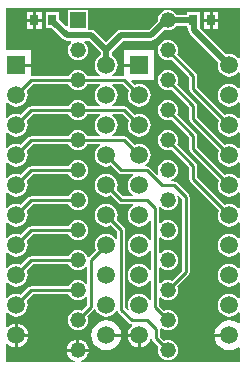
<source format=gtl>
G04*
G04 #@! TF.GenerationSoftware,Altium Limited,Altium Designer,20.2.6 (244)*
G04*
G04 Layer_Physical_Order=1*
G04 Layer_Color=255*
%FSAX24Y24*%
%MOIN*%
G70*
G04*
G04 #@! TF.SameCoordinates,57D1006C-5FB8-4E46-A0DD-9EF21319E2AC*
G04*
G04*
G04 #@! TF.FilePolarity,Positive*
G04*
G01*
G75*
%ADD15R,0.0276X0.0354*%
%ADD21C,0.0100*%
%ADD22C,0.0200*%
%ADD23C,0.0520*%
%ADD24C,0.0591*%
%ADD25R,0.0591X0.0591*%
%ADD26R,0.0520X0.0520*%
%ADD27C,0.0300*%
G36*
X229326Y137108D02*
X229377D01*
Y137043D01*
X229391Y136973D01*
X229431Y136913D01*
X230376Y135969D01*
X230373Y135963D01*
X230361Y135865D01*
X230373Y135767D01*
X230411Y135676D01*
X230471Y135597D01*
X230550Y135537D01*
X230641Y135499D01*
X230739Y135486D01*
X230837Y135499D01*
X230928Y135537D01*
X231007Y135597D01*
X231037Y135637D01*
X231087Y135620D01*
Y135110D01*
X231037Y135093D01*
X231007Y135133D01*
X230928Y135193D01*
X230837Y135231D01*
X230739Y135243D01*
X230641Y135231D01*
X230550Y135193D01*
X230471Y135133D01*
X230411Y135054D01*
X230373Y134963D01*
X230361Y134865D01*
X230373Y134767D01*
X230411Y134676D01*
X230471Y134597D01*
X230550Y134537D01*
X230641Y134499D01*
X230739Y134486D01*
X230837Y134499D01*
X230928Y134537D01*
X231007Y134597D01*
X231037Y134637D01*
X231087Y134620D01*
Y134110D01*
X231037Y134093D01*
X231007Y134133D01*
X230928Y134193D01*
X230837Y134231D01*
X230739Y134243D01*
X230641Y134231D01*
X230584Y134207D01*
X229676Y135115D01*
Y135510D01*
X229676Y135510D01*
X229666Y135561D01*
X229638Y135604D01*
X229004Y136237D01*
X229020Y136276D01*
X229032Y136365D01*
X229020Y136454D01*
X228986Y136536D01*
X228932Y136607D01*
X228861Y136662D01*
X228778Y136696D01*
X228689Y136708D01*
X228600Y136696D01*
X228518Y136662D01*
X228447Y136607D01*
X228392Y136536D01*
X228358Y136454D01*
X228346Y136365D01*
X228358Y136276D01*
X228392Y136194D01*
X228447Y136122D01*
X228518Y136068D01*
X228600Y136034D01*
X228689Y136022D01*
X228778Y136034D01*
X228817Y136050D01*
X229411Y135455D01*
Y135060D01*
X229421Y135010D01*
X229450Y134967D01*
X230397Y134020D01*
X230373Y133963D01*
X230361Y133865D01*
X230373Y133767D01*
X230411Y133676D01*
X230471Y133597D01*
X230550Y133537D01*
X230641Y133499D01*
X230739Y133486D01*
X230837Y133499D01*
X230928Y133537D01*
X231007Y133597D01*
X231037Y133637D01*
X231087Y133620D01*
Y133110D01*
X231037Y133093D01*
X231007Y133133D01*
X230928Y133193D01*
X230837Y133231D01*
X230739Y133243D01*
X230641Y133231D01*
X230584Y133207D01*
X229676Y134115D01*
Y134510D01*
X229676Y134510D01*
X229666Y134561D01*
X229638Y134604D01*
X229004Y135237D01*
X229020Y135276D01*
X229032Y135365D01*
X229020Y135454D01*
X228986Y135536D01*
X228932Y135607D01*
X228861Y135662D01*
X228778Y135696D01*
X228689Y135708D01*
X228600Y135696D01*
X228518Y135662D01*
X228447Y135607D01*
X228392Y135536D01*
X228358Y135454D01*
X228346Y135365D01*
X228358Y135276D01*
X228392Y135194D01*
X228447Y135122D01*
X228518Y135068D01*
X228600Y135034D01*
X228689Y135022D01*
X228778Y135034D01*
X228817Y135050D01*
X229411Y134455D01*
Y134060D01*
X229421Y134010D01*
X229450Y133967D01*
X230397Y133020D01*
X230373Y132963D01*
X230361Y132865D01*
X230373Y132767D01*
X230411Y132676D01*
X230471Y132597D01*
X230550Y132537D01*
X230641Y132499D01*
X230739Y132486D01*
X230837Y132499D01*
X230928Y132537D01*
X231007Y132597D01*
X231037Y132637D01*
X231087Y132620D01*
Y132110D01*
X231037Y132093D01*
X231007Y132133D01*
X230928Y132193D01*
X230837Y132231D01*
X230739Y132243D01*
X230641Y132231D01*
X230584Y132207D01*
X229676Y133115D01*
Y133510D01*
X229676Y133510D01*
X229666Y133561D01*
X229638Y133604D01*
X229004Y134237D01*
X229020Y134276D01*
X229032Y134365D01*
X229020Y134454D01*
X228986Y134536D01*
X228932Y134607D01*
X228861Y134662D01*
X228778Y134696D01*
X228689Y134708D01*
X228600Y134696D01*
X228518Y134662D01*
X228447Y134607D01*
X228392Y134536D01*
X228358Y134454D01*
X228346Y134365D01*
X228358Y134276D01*
X228392Y134193D01*
X228447Y134122D01*
X228518Y134068D01*
X228600Y134034D01*
X228689Y134022D01*
X228778Y134034D01*
X228817Y134050D01*
X229411Y133455D01*
Y133060D01*
X229421Y133010D01*
X229450Y132967D01*
X230397Y132020D01*
X230373Y131963D01*
X230361Y131865D01*
X230373Y131767D01*
X230411Y131676D01*
X230471Y131597D01*
X230550Y131537D01*
X230641Y131499D01*
X230739Y131486D01*
X230837Y131499D01*
X230928Y131537D01*
X231007Y131597D01*
X231037Y131637D01*
X231087Y131620D01*
Y131110D01*
X231037Y131093D01*
X231007Y131133D01*
X230928Y131193D01*
X230837Y131231D01*
X230739Y131243D01*
X230641Y131231D01*
X230584Y131207D01*
X229676Y132115D01*
Y132510D01*
X229676Y132510D01*
X229666Y132561D01*
X229638Y132604D01*
X229004Y133237D01*
X229020Y133276D01*
X229032Y133365D01*
X229020Y133454D01*
X228986Y133536D01*
X228932Y133607D01*
X228861Y133662D01*
X228778Y133696D01*
X228689Y133708D01*
X228600Y133696D01*
X228518Y133662D01*
X228447Y133607D01*
X228392Y133536D01*
X228358Y133454D01*
X228346Y133365D01*
X228358Y133276D01*
X228392Y133194D01*
X228447Y133122D01*
X228518Y133068D01*
X228600Y133034D01*
X228689Y133022D01*
X228778Y133034D01*
X228817Y133050D01*
X229411Y132455D01*
Y132060D01*
X229421Y132010D01*
X229450Y131967D01*
X230397Y131020D01*
X230373Y130963D01*
X230361Y130865D01*
X230373Y130767D01*
X230411Y130676D01*
X230471Y130597D01*
X230550Y130537D01*
X230641Y130499D01*
X230739Y130486D01*
X230837Y130499D01*
X230928Y130537D01*
X231007Y130597D01*
X231037Y130637D01*
X231087Y130620D01*
Y130110D01*
X231037Y130093D01*
X231007Y130133D01*
X230928Y130193D01*
X230837Y130231D01*
X230739Y130243D01*
X230641Y130231D01*
X230550Y130193D01*
X230471Y130133D01*
X230411Y130054D01*
X230373Y129963D01*
X230361Y129865D01*
X230373Y129767D01*
X230411Y129676D01*
X230471Y129597D01*
X230550Y129537D01*
X230641Y129499D01*
X230739Y129486D01*
X230837Y129499D01*
X230928Y129537D01*
X231007Y129597D01*
X231037Y129637D01*
X231087Y129620D01*
Y129110D01*
X231037Y129093D01*
X231007Y129133D01*
X230928Y129193D01*
X230837Y129231D01*
X230739Y129243D01*
X230641Y129231D01*
X230550Y129193D01*
X230471Y129133D01*
X230411Y129054D01*
X230373Y128963D01*
X230361Y128865D01*
X230373Y128767D01*
X230411Y128676D01*
X230471Y128597D01*
X230550Y128537D01*
X230641Y128499D01*
X230739Y128486D01*
X230837Y128499D01*
X230928Y128537D01*
X231007Y128597D01*
X231037Y128637D01*
X231087Y128620D01*
Y128110D01*
X231037Y128093D01*
X231007Y128133D01*
X230928Y128193D01*
X230837Y128231D01*
X230739Y128243D01*
X230641Y128231D01*
X230550Y128193D01*
X230471Y128133D01*
X230411Y128054D01*
X230373Y127963D01*
X230361Y127865D01*
X230373Y127767D01*
X230411Y127676D01*
X230471Y127597D01*
X230550Y127537D01*
X230641Y127499D01*
X230739Y127486D01*
X230837Y127499D01*
X230928Y127537D01*
X231007Y127597D01*
X231037Y127637D01*
X231087Y127620D01*
Y127279D01*
X231042Y127257D01*
X230989Y127298D01*
X230868Y127347D01*
X230739Y127365D01*
X230610Y127347D01*
X230489Y127298D01*
X230386Y127218D01*
X230306Y127115D01*
X230257Y126994D01*
X230240Y126865D01*
X230257Y126736D01*
X230306Y126615D01*
X230386Y126512D01*
X230489Y126432D01*
X230610Y126382D01*
X230739Y126365D01*
X230868Y126382D01*
X230989Y126432D01*
X231042Y126473D01*
X231087Y126451D01*
Y125967D01*
X225793Y125967D01*
X225783Y126014D01*
X225871Y126051D01*
X225946Y126108D01*
X226004Y126183D01*
X226040Y126271D01*
X226046Y126315D01*
X225333D01*
X225338Y126271D01*
X225375Y126183D01*
X225432Y126108D01*
X225508Y126051D01*
X225595Y126014D01*
X225585Y125967D01*
X223291Y125967D01*
Y126587D01*
X223341Y126604D01*
X223357Y126583D01*
X223440Y126520D01*
X223536Y126480D01*
X223589Y126473D01*
Y126865D01*
Y127257D01*
X223536Y127250D01*
X223440Y127210D01*
X223357Y127147D01*
X223341Y127126D01*
X223291Y127143D01*
Y127620D01*
X223341Y127637D01*
X223371Y127597D01*
X223450Y127537D01*
X223541Y127499D01*
X223639Y127486D01*
X223737Y127499D01*
X223828Y127537D01*
X223907Y127597D01*
X223967Y127676D01*
X224005Y127767D01*
X224018Y127865D01*
X224005Y127963D01*
X223981Y128020D01*
X224194Y128232D01*
X225376D01*
X225392Y128194D01*
X225447Y128122D01*
X225518Y128068D01*
X225600Y128034D01*
X225689Y128022D01*
X225778Y128034D01*
X225861Y128068D01*
X225932Y128122D01*
X225957Y128155D01*
X226007Y128138D01*
Y127870D01*
X225817Y127680D01*
X225778Y127696D01*
X225689Y127708D01*
X225600Y127696D01*
X225518Y127662D01*
X225447Y127607D01*
X225392Y127536D01*
X225358Y127454D01*
X225346Y127365D01*
X225358Y127276D01*
X225392Y127193D01*
X225447Y127122D01*
X225518Y127068D01*
X225600Y127034D01*
X225689Y127022D01*
X225778Y127034D01*
X225861Y127068D01*
X225932Y127122D01*
X225986Y127193D01*
X226020Y127276D01*
X226032Y127365D01*
X226020Y127454D01*
X226004Y127493D01*
X226233Y127721D01*
X226236Y127726D01*
X226293Y127721D01*
X226311Y127676D01*
X226371Y127597D01*
X226450Y127537D01*
X226541Y127499D01*
X226639Y127486D01*
X226737Y127499D01*
X226828Y127537D01*
X226907Y127597D01*
X226964Y127672D01*
X226979Y127673D01*
X227016Y127665D01*
X227017Y127664D01*
X227045Y127621D01*
X227395Y127271D01*
X227438Y127243D01*
X227487Y127233D01*
X227491Y127227D01*
X227503Y127182D01*
X227457Y127147D01*
X227394Y127064D01*
X227354Y126968D01*
X227347Y126915D01*
X227739D01*
Y126865D01*
X227789D01*
Y126473D01*
X227842Y126480D01*
X227938Y126520D01*
X228021Y126583D01*
X228084Y126666D01*
X228112Y126732D01*
X228164Y126727D01*
X228167Y126714D01*
X228195Y126671D01*
X228374Y126493D01*
X228358Y126454D01*
X228346Y126365D01*
X228358Y126276D01*
X228392Y126194D01*
X228447Y126122D01*
X228518Y126068D01*
X228600Y126034D01*
X228689Y126022D01*
X228778Y126034D01*
X228861Y126068D01*
X228932Y126122D01*
X228986Y126194D01*
X229020Y126276D01*
X229032Y126365D01*
X229020Y126454D01*
X228986Y126536D01*
X228932Y126607D01*
X228861Y126662D01*
X228778Y126696D01*
X228689Y126708D01*
X228600Y126696D01*
X228561Y126680D01*
X228422Y126820D01*
Y127065D01*
X228418Y127081D01*
X228464Y127109D01*
X228518Y127068D01*
X228600Y127034D01*
X228689Y127022D01*
X228778Y127034D01*
X228861Y127068D01*
X228932Y127122D01*
X228986Y127193D01*
X229020Y127276D01*
X229032Y127365D01*
X229020Y127454D01*
X228986Y127536D01*
X228932Y127607D01*
X228861Y127662D01*
X228778Y127696D01*
X228689Y127708D01*
X228600Y127696D01*
X228561Y127680D01*
X228387Y127855D01*
Y128118D01*
X228437Y128135D01*
X228447Y128122D01*
X228518Y128068D01*
X228600Y128034D01*
X228689Y128022D01*
X228778Y128034D01*
X228861Y128068D01*
X228932Y128122D01*
X228986Y128194D01*
X229020Y128276D01*
X229032Y128365D01*
X229020Y128454D01*
X229004Y128493D01*
X229383Y128871D01*
X229412Y128914D01*
X229422Y128965D01*
Y131465D01*
X229412Y131516D01*
X229383Y131559D01*
X228983Y131959D01*
X228940Y131987D01*
X228889Y131998D01*
X228821D01*
X228811Y132048D01*
X228861Y132068D01*
X228932Y132122D01*
X228986Y132193D01*
X229020Y132276D01*
X229032Y132365D01*
X229020Y132454D01*
X228986Y132536D01*
X228932Y132607D01*
X228861Y132662D01*
X228778Y132696D01*
X228689Y132708D01*
X228600Y132696D01*
X228518Y132662D01*
X228447Y132607D01*
X228392Y132536D01*
X228358Y132454D01*
X228346Y132365D01*
X228358Y132276D01*
X228377Y132231D01*
X228334Y132203D01*
X228078Y132459D01*
X228035Y132487D01*
X227984Y132498D01*
X227959D01*
X227942Y132548D01*
X228007Y132597D01*
X228067Y132676D01*
X228105Y132767D01*
X228118Y132865D01*
X228105Y132963D01*
X228067Y133054D01*
X228007Y133133D01*
X227928Y133193D01*
X227837Y133231D01*
X227739Y133243D01*
X227641Y133231D01*
X227584Y133207D01*
X227333Y133459D01*
X227290Y133487D01*
X227239Y133498D01*
X226859D01*
X226842Y133548D01*
X226907Y133597D01*
X226967Y133676D01*
X227005Y133767D01*
X227018Y133865D01*
X227005Y133963D01*
X226967Y134054D01*
X226907Y134133D01*
X226842Y134182D01*
X226859Y134232D01*
X227184D01*
X227397Y134020D01*
X227373Y133963D01*
X227361Y133865D01*
X227373Y133767D01*
X227411Y133676D01*
X227471Y133597D01*
X227550Y133537D01*
X227641Y133499D01*
X227739Y133486D01*
X227837Y133499D01*
X227928Y133537D01*
X228007Y133597D01*
X228067Y133676D01*
X228105Y133767D01*
X228118Y133865D01*
X228105Y133963D01*
X228067Y134054D01*
X228007Y134133D01*
X227928Y134193D01*
X227837Y134231D01*
X227739Y134243D01*
X227641Y134231D01*
X227584Y134207D01*
X227333Y134459D01*
X227290Y134487D01*
X227239Y134498D01*
X226859D01*
X226842Y134548D01*
X226907Y134597D01*
X226967Y134676D01*
X227005Y134767D01*
X227018Y134865D01*
X227005Y134963D01*
X226967Y135054D01*
X226907Y135133D01*
X226842Y135182D01*
X226859Y135232D01*
X227184D01*
X227397Y135020D01*
X227373Y134963D01*
X227361Y134865D01*
X227373Y134767D01*
X227411Y134676D01*
X227471Y134597D01*
X227550Y134537D01*
X227641Y134499D01*
X227739Y134486D01*
X227837Y134499D01*
X227928Y134537D01*
X228007Y134597D01*
X228067Y134676D01*
X228105Y134767D01*
X228118Y134865D01*
X228105Y134963D01*
X228067Y135054D01*
X228007Y135133D01*
X227928Y135193D01*
X227837Y135231D01*
X227739Y135243D01*
X227641Y135231D01*
X227584Y135207D01*
X227468Y135323D01*
X227487Y135370D01*
X228234D01*
Y136360D01*
X227244D01*
Y135501D01*
X227239Y135498D01*
X226859D01*
X226842Y135548D01*
X226907Y135597D01*
X226967Y135676D01*
X227005Y135767D01*
X227018Y135865D01*
X227005Y135963D01*
X226967Y136054D01*
X226907Y136133D01*
X226828Y136193D01*
X226823Y136195D01*
Y136289D01*
X227215Y136681D01*
X228133D01*
X228203Y136695D01*
X228263Y136735D01*
X228573Y137045D01*
X228600Y137034D01*
X228689Y137022D01*
X228778Y137034D01*
X228861Y137068D01*
X228932Y137122D01*
X228977Y137181D01*
X229326D01*
Y137108D01*
D02*
G37*
G36*
X231087Y136110D02*
X231037Y136093D01*
X231007Y136133D01*
X230928Y136193D01*
X230837Y136231D01*
X230739Y136243D01*
X230641Y136231D01*
X230635Y136228D01*
X229791Y137072D01*
X229762Y137108D01*
X229762D01*
X229762Y137108D01*
Y137622D01*
X229326D01*
Y137548D01*
X228977D01*
X228932Y137607D01*
X228861Y137662D01*
X228778Y137696D01*
X228689Y137708D01*
X228600Y137696D01*
X228518Y137662D01*
X228447Y137607D01*
X228392Y137536D01*
X228358Y137454D01*
X228346Y137365D01*
X228349Y137341D01*
X228057Y137048D01*
X227139D01*
X227069Y137035D01*
X227009Y136995D01*
X226639Y136625D01*
X226269Y136995D01*
X226209Y137035D01*
X226139Y137048D01*
X226029D01*
Y137705D01*
X225349D01*
Y137175D01*
X225303Y137156D01*
X225052Y137407D01*
Y137622D01*
X224617D01*
Y137108D01*
X224832D01*
X225205Y136735D01*
X225264Y136695D01*
X225334Y136681D01*
X225461D01*
X225478Y136631D01*
X225447Y136607D01*
X225392Y136536D01*
X225358Y136454D01*
X225346Y136365D01*
X225358Y136276D01*
X225392Y136194D01*
X225447Y136122D01*
X225518Y136068D01*
X225600Y136034D01*
X225689Y136022D01*
X225778Y136034D01*
X225861Y136068D01*
X225932Y136122D01*
X225986Y136194D01*
X226020Y136276D01*
X226032Y136365D01*
X226020Y136454D01*
X225986Y136536D01*
X225932Y136607D01*
X225900Y136631D01*
X225917Y136681D01*
X226063D01*
X226456Y136289D01*
Y136195D01*
X226450Y136193D01*
X226371Y136133D01*
X226311Y136054D01*
X226273Y135963D01*
X226261Y135865D01*
X226273Y135767D01*
X226311Y135676D01*
X226371Y135597D01*
X226436Y135548D01*
X226419Y135498D01*
X226002D01*
X225986Y135536D01*
X225932Y135607D01*
X225861Y135662D01*
X225778Y135696D01*
X225689Y135708D01*
X225600Y135696D01*
X225518Y135662D01*
X225447Y135607D01*
X225392Y135536D01*
X225376Y135498D01*
X224139D01*
X224134Y135501D01*
Y136360D01*
X223291D01*
X223291Y137763D01*
X231087Y137763D01*
Y136110D01*
D02*
G37*
G36*
X226436Y135182D02*
X226371Y135133D01*
X226311Y135054D01*
X226273Y134963D01*
X226261Y134865D01*
X226273Y134767D01*
X226311Y134676D01*
X226371Y134597D01*
X226436Y134548D01*
X226419Y134498D01*
X226002D01*
X225986Y134536D01*
X225932Y134607D01*
X225861Y134662D01*
X225778Y134696D01*
X225689Y134708D01*
X225600Y134696D01*
X225518Y134662D01*
X225447Y134607D01*
X225392Y134536D01*
X225376Y134498D01*
X224139D01*
X224088Y134487D01*
X224045Y134459D01*
X223794Y134207D01*
X223737Y134231D01*
X223639Y134243D01*
X223541Y134231D01*
X223450Y134193D01*
X223371Y134133D01*
X223341Y134093D01*
X223291Y134110D01*
X223291Y134620D01*
X223341Y134637D01*
X223371Y134597D01*
X223450Y134537D01*
X223541Y134499D01*
X223639Y134486D01*
X223737Y134499D01*
X223828Y134537D01*
X223907Y134597D01*
X223967Y134676D01*
X224005Y134767D01*
X224018Y134865D01*
X224005Y134963D01*
X223981Y135020D01*
X224194Y135232D01*
X225376D01*
X225392Y135194D01*
X225447Y135122D01*
X225518Y135068D01*
X225600Y135034D01*
X225689Y135022D01*
X225778Y135034D01*
X225861Y135068D01*
X225932Y135122D01*
X225986Y135194D01*
X226002Y135232D01*
X226419D01*
X226436Y135182D01*
D02*
G37*
G36*
Y134182D02*
X226371Y134133D01*
X226311Y134054D01*
X226273Y133963D01*
X226261Y133865D01*
X226273Y133767D01*
X226311Y133676D01*
X226371Y133597D01*
X226436Y133548D01*
X226419Y133498D01*
X226002D01*
X225986Y133536D01*
X225932Y133607D01*
X225861Y133662D01*
X225778Y133696D01*
X225689Y133708D01*
X225600Y133696D01*
X225518Y133662D01*
X225447Y133607D01*
X225392Y133536D01*
X225376Y133498D01*
X224139D01*
X224088Y133487D01*
X224045Y133459D01*
X223794Y133207D01*
X223737Y133231D01*
X223639Y133243D01*
X223541Y133231D01*
X223450Y133193D01*
X223371Y133133D01*
X223341Y133093D01*
X223291Y133110D01*
Y133620D01*
X223341Y133637D01*
X223371Y133597D01*
X223450Y133537D01*
X223541Y133499D01*
X223639Y133486D01*
X223737Y133499D01*
X223828Y133537D01*
X223907Y133597D01*
X223967Y133676D01*
X224005Y133767D01*
X224018Y133865D01*
X224005Y133963D01*
X223981Y134020D01*
X224194Y134232D01*
X225376D01*
X225392Y134193D01*
X225447Y134122D01*
X225518Y134068D01*
X225600Y134034D01*
X225689Y134022D01*
X225778Y134034D01*
X225861Y134068D01*
X225932Y134122D01*
X225986Y134193D01*
X226002Y134232D01*
X226419D01*
X226436Y134182D01*
D02*
G37*
G36*
Y133182D02*
X226371Y133133D01*
X226311Y133054D01*
X226273Y132963D01*
X226261Y132865D01*
X226273Y132767D01*
X226311Y132676D01*
X226371Y132597D01*
X226450Y132537D01*
X226541Y132499D01*
X226639Y132486D01*
X226737Y132499D01*
X226794Y132523D01*
X227045Y132271D01*
X227088Y132243D01*
X227139Y132232D01*
X227519D01*
X227536Y132182D01*
X227471Y132133D01*
X227411Y132054D01*
X227373Y131963D01*
X227361Y131865D01*
X227373Y131767D01*
X227411Y131676D01*
X227471Y131597D01*
X227536Y131548D01*
X227519Y131498D01*
X227194D01*
X226981Y131710D01*
X227005Y131767D01*
X227018Y131865D01*
X227005Y131963D01*
X226967Y132054D01*
X226907Y132133D01*
X226828Y132193D01*
X226737Y132231D01*
X226639Y132243D01*
X226541Y132231D01*
X226450Y132193D01*
X226371Y132133D01*
X226311Y132054D01*
X226273Y131963D01*
X226261Y131865D01*
X226273Y131767D01*
X226311Y131676D01*
X226371Y131597D01*
X226450Y131537D01*
X226541Y131499D01*
X226639Y131486D01*
X226737Y131499D01*
X226794Y131523D01*
X227045Y131271D01*
X227088Y131243D01*
X227139Y131232D01*
X227519D01*
X227536Y131182D01*
X227471Y131133D01*
X227411Y131054D01*
X227373Y130963D01*
X227361Y130865D01*
X227373Y130767D01*
X227411Y130676D01*
X227471Y130597D01*
X227550Y130537D01*
X227641Y130499D01*
X227739Y130486D01*
X227837Y130499D01*
X227928Y130537D01*
X228007Y130597D01*
X228067Y130676D01*
X228072Y130687D01*
X228122Y130677D01*
Y130052D01*
X228072Y130043D01*
X228067Y130054D01*
X228007Y130133D01*
X227928Y130193D01*
X227837Y130231D01*
X227739Y130243D01*
X227641Y130231D01*
X227550Y130193D01*
X227471Y130133D01*
X227411Y130054D01*
X227373Y129963D01*
X227361Y129865D01*
X227373Y129767D01*
X227411Y129676D01*
X227471Y129597D01*
X227550Y129537D01*
X227641Y129499D01*
X227739Y129486D01*
X227837Y129499D01*
X227928Y129537D01*
X228007Y129597D01*
X228067Y129676D01*
X228072Y129687D01*
X228122Y129677D01*
Y129052D01*
X228072Y129043D01*
X228067Y129054D01*
X228007Y129133D01*
X227928Y129193D01*
X227837Y129231D01*
X227739Y129243D01*
X227641Y129231D01*
X227550Y129193D01*
X227471Y129133D01*
X227411Y129054D01*
X227373Y128963D01*
X227361Y128865D01*
X227373Y128767D01*
X227411Y128676D01*
X227471Y128597D01*
X227550Y128537D01*
X227641Y128499D01*
X227739Y128486D01*
X227837Y128499D01*
X227928Y128537D01*
X228007Y128597D01*
X228067Y128676D01*
X228072Y128687D01*
X228122Y128677D01*
Y128052D01*
X228072Y128043D01*
X228067Y128054D01*
X228007Y128133D01*
X227928Y128193D01*
X227837Y128231D01*
X227739Y128243D01*
X227641Y128231D01*
X227550Y128193D01*
X227471Y128133D01*
X227411Y128054D01*
X227373Y127963D01*
X227361Y127865D01*
X227373Y127767D01*
X227393Y127719D01*
X227351Y127690D01*
X227272Y127770D01*
Y130365D01*
X227262Y130416D01*
X227233Y130459D01*
X226981Y130710D01*
X227005Y130767D01*
X227018Y130865D01*
X227005Y130963D01*
X226967Y131054D01*
X226907Y131133D01*
X226828Y131193D01*
X226737Y131231D01*
X226639Y131243D01*
X226541Y131231D01*
X226450Y131193D01*
X226371Y131133D01*
X226311Y131054D01*
X226273Y130963D01*
X226261Y130865D01*
X226273Y130767D01*
X226311Y130676D01*
X226371Y130597D01*
X226450Y130537D01*
X226541Y130499D01*
X226639Y130486D01*
X226737Y130499D01*
X226794Y130523D01*
X227007Y130310D01*
Y130085D01*
X226957Y130068D01*
X226907Y130133D01*
X226828Y130193D01*
X226737Y130231D01*
X226639Y130243D01*
X226541Y130231D01*
X226450Y130193D01*
X226371Y130133D01*
X226311Y130054D01*
X226273Y129963D01*
X226261Y129865D01*
X226273Y129767D01*
X226297Y129710D01*
X226064Y129478D01*
X226009Y129486D01*
X226006Y129488D01*
X225986Y129536D01*
X225932Y129607D01*
X225861Y129662D01*
X225778Y129696D01*
X225689Y129708D01*
X225600Y129696D01*
X225518Y129662D01*
X225447Y129607D01*
X225392Y129536D01*
X225376Y129498D01*
X224139D01*
X224088Y129487D01*
X224045Y129459D01*
X223794Y129207D01*
X223737Y129231D01*
X223639Y129243D01*
X223541Y129231D01*
X223450Y129193D01*
X223371Y129133D01*
X223341Y129093D01*
X223291Y129110D01*
X223291Y129620D01*
X223341Y129637D01*
X223371Y129597D01*
X223450Y129537D01*
X223541Y129499D01*
X223639Y129486D01*
X223737Y129499D01*
X223828Y129537D01*
X223907Y129597D01*
X223967Y129676D01*
X224005Y129767D01*
X224018Y129865D01*
X224005Y129963D01*
X223981Y130020D01*
X224194Y130232D01*
X225376D01*
X225392Y130194D01*
X225447Y130122D01*
X225518Y130068D01*
X225600Y130034D01*
X225689Y130022D01*
X225778Y130034D01*
X225861Y130068D01*
X225932Y130122D01*
X225986Y130194D01*
X226020Y130276D01*
X226032Y130365D01*
X226020Y130454D01*
X225986Y130536D01*
X225932Y130607D01*
X225861Y130662D01*
X225778Y130696D01*
X225689Y130708D01*
X225600Y130696D01*
X225518Y130662D01*
X225447Y130607D01*
X225392Y130536D01*
X225376Y130498D01*
X224139D01*
X224088Y130487D01*
X224045Y130459D01*
X223794Y130207D01*
X223737Y130231D01*
X223639Y130243D01*
X223541Y130231D01*
X223450Y130193D01*
X223371Y130133D01*
X223341Y130093D01*
X223291Y130110D01*
Y130620D01*
X223341Y130637D01*
X223371Y130597D01*
X223450Y130537D01*
X223541Y130499D01*
X223639Y130486D01*
X223737Y130499D01*
X223828Y130537D01*
X223907Y130597D01*
X223967Y130676D01*
X224005Y130767D01*
X224018Y130865D01*
X224005Y130963D01*
X223981Y131020D01*
X224194Y131232D01*
X225376D01*
X225392Y131194D01*
X225447Y131122D01*
X225518Y131068D01*
X225600Y131034D01*
X225689Y131022D01*
X225778Y131034D01*
X225861Y131068D01*
X225932Y131122D01*
X225986Y131194D01*
X226020Y131276D01*
X226032Y131365D01*
X226020Y131454D01*
X225986Y131536D01*
X225932Y131607D01*
X225861Y131662D01*
X225778Y131696D01*
X225689Y131708D01*
X225600Y131696D01*
X225518Y131662D01*
X225447Y131607D01*
X225392Y131536D01*
X225376Y131498D01*
X224139D01*
X224088Y131487D01*
X224045Y131459D01*
X223794Y131207D01*
X223737Y131231D01*
X223639Y131243D01*
X223541Y131231D01*
X223450Y131193D01*
X223371Y131133D01*
X223341Y131093D01*
X223291Y131110D01*
X223291Y131620D01*
X223341Y131637D01*
X223371Y131597D01*
X223450Y131537D01*
X223541Y131499D01*
X223639Y131486D01*
X223737Y131499D01*
X223828Y131537D01*
X223907Y131597D01*
X223967Y131676D01*
X224005Y131767D01*
X224018Y131865D01*
X224005Y131963D01*
X223981Y132020D01*
X224194Y132232D01*
X225376D01*
X225392Y132193D01*
X225447Y132122D01*
X225518Y132068D01*
X225600Y132034D01*
X225689Y132022D01*
X225778Y132034D01*
X225861Y132068D01*
X225932Y132122D01*
X225986Y132193D01*
X226020Y132276D01*
X226032Y132365D01*
X226020Y132454D01*
X225986Y132536D01*
X225932Y132607D01*
X225861Y132662D01*
X225778Y132696D01*
X225689Y132708D01*
X225600Y132696D01*
X225518Y132662D01*
X225447Y132607D01*
X225392Y132536D01*
X225376Y132498D01*
X224139D01*
X224088Y132487D01*
X224045Y132459D01*
X223794Y132207D01*
X223737Y132231D01*
X223639Y132243D01*
X223541Y132231D01*
X223450Y132193D01*
X223371Y132133D01*
X223341Y132093D01*
X223291Y132110D01*
X223291Y132620D01*
X223341Y132637D01*
X223371Y132597D01*
X223450Y132537D01*
X223541Y132499D01*
X223639Y132486D01*
X223737Y132499D01*
X223828Y132537D01*
X223907Y132597D01*
X223967Y132676D01*
X224005Y132767D01*
X224018Y132865D01*
X224005Y132963D01*
X223981Y133020D01*
X224194Y133232D01*
X225376D01*
X225392Y133194D01*
X225447Y133122D01*
X225518Y133068D01*
X225600Y133034D01*
X225689Y133022D01*
X225778Y133034D01*
X225861Y133068D01*
X225932Y133122D01*
X225986Y133194D01*
X226002Y133232D01*
X226419D01*
X226436Y133182D01*
D02*
G37*
G36*
X229157Y131410D02*
Y129020D01*
X228817Y128680D01*
X228778Y128696D01*
X228689Y128708D01*
X228600Y128696D01*
X228518Y128662D01*
X228447Y128607D01*
X228437Y128595D01*
X228387Y128612D01*
Y129118D01*
X228437Y129135D01*
X228447Y129122D01*
X228518Y129068D01*
X228600Y129034D01*
X228689Y129022D01*
X228778Y129034D01*
X228861Y129068D01*
X228932Y129122D01*
X228986Y129193D01*
X229020Y129276D01*
X229032Y129365D01*
X229020Y129454D01*
X228986Y129536D01*
X228932Y129607D01*
X228861Y129662D01*
X228778Y129696D01*
X228689Y129708D01*
X228600Y129696D01*
X228518Y129662D01*
X228447Y129607D01*
X228437Y129595D01*
X228387Y129612D01*
Y130118D01*
X228437Y130135D01*
X228447Y130122D01*
X228518Y130068D01*
X228600Y130034D01*
X228689Y130022D01*
X228778Y130034D01*
X228861Y130068D01*
X228932Y130122D01*
X228986Y130194D01*
X229020Y130276D01*
X229032Y130365D01*
X229020Y130454D01*
X228986Y130536D01*
X228932Y130607D01*
X228861Y130662D01*
X228778Y130696D01*
X228689Y130708D01*
X228600Y130696D01*
X228518Y130662D01*
X228447Y130607D01*
X228437Y130595D01*
X228387Y130612D01*
Y131100D01*
X228382Y131125D01*
X228429Y131146D01*
X228447Y131122D01*
X228518Y131068D01*
X228600Y131034D01*
X228689Y131022D01*
X228778Y131034D01*
X228861Y131068D01*
X228932Y131122D01*
X228986Y131194D01*
X229020Y131276D01*
X229032Y131365D01*
X229020Y131454D01*
X229005Y131491D01*
X229047Y131519D01*
X229157Y131410D01*
D02*
G37*
G36*
X225392Y129193D02*
X225447Y129122D01*
X225518Y129068D01*
X225600Y129034D01*
X225689Y129022D01*
X225778Y129034D01*
X225861Y129068D01*
X225932Y129122D01*
X225957Y129155D01*
X226007Y129138D01*
Y128592D01*
X225957Y128575D01*
X225932Y128607D01*
X225861Y128662D01*
X225778Y128696D01*
X225689Y128708D01*
X225600Y128696D01*
X225518Y128662D01*
X225447Y128607D01*
X225392Y128536D01*
X225376Y128498D01*
X224139D01*
X224088Y128487D01*
X224045Y128459D01*
X223794Y128207D01*
X223737Y128231D01*
X223639Y128243D01*
X223541Y128231D01*
X223450Y128193D01*
X223371Y128133D01*
X223341Y128093D01*
X223291Y128110D01*
X223291Y128620D01*
X223341Y128637D01*
X223371Y128597D01*
X223450Y128537D01*
X223541Y128499D01*
X223639Y128486D01*
X223737Y128499D01*
X223828Y128537D01*
X223907Y128597D01*
X223967Y128676D01*
X224005Y128767D01*
X224018Y128865D01*
X224005Y128963D01*
X223981Y129020D01*
X224194Y129232D01*
X225376D01*
X225392Y129193D01*
D02*
G37*
%LPC*%
G36*
X223689Y127257D02*
Y126915D01*
X224031D01*
X224024Y126968D01*
X223984Y127064D01*
X223921Y127147D01*
X223838Y127210D01*
X223742Y127250D01*
X223689Y127257D01*
D02*
G37*
G36*
X227689Y126815D02*
X227347D01*
X227354Y126762D01*
X227394Y126666D01*
X227457Y126583D01*
X227540Y126520D01*
X227636Y126480D01*
X227689Y126473D01*
Y126815D01*
D02*
G37*
G36*
X224031D02*
X223689D01*
Y126473D01*
X223742Y126480D01*
X223838Y126520D01*
X223921Y126583D01*
X223984Y126666D01*
X224024Y126762D01*
X224031Y126815D01*
D02*
G37*
G36*
X225739Y126721D02*
Y126415D01*
X226046D01*
X226040Y126459D01*
X226004Y126547D01*
X225946Y126622D01*
X225871Y126679D01*
X225783Y126716D01*
X225739Y126721D01*
D02*
G37*
G36*
X225639D02*
X225595Y126716D01*
X225508Y126679D01*
X225432Y126622D01*
X225375Y126547D01*
X225338Y126459D01*
X225333Y126415D01*
X225639D01*
Y126721D01*
D02*
G37*
G36*
X226639Y127365D02*
X226510Y127347D01*
X226389Y127298D01*
X226286Y127218D01*
X226206Y127115D01*
X226157Y126994D01*
X226140Y126865D01*
X226157Y126736D01*
X226206Y126615D01*
X226286Y126512D01*
X226389Y126432D01*
X226510Y126382D01*
X226639Y126365D01*
X226768Y126382D01*
X226889Y126432D01*
X226992Y126512D01*
X227072Y126615D01*
X227122Y126736D01*
X227139Y126865D01*
X227122Y126994D01*
X227072Y127115D01*
X226992Y127218D01*
X226889Y127298D01*
X226768Y127347D01*
X226639Y127365D01*
D02*
G37*
G36*
X230372Y137642D02*
X230184D01*
Y137415D01*
X230372D01*
Y137642D01*
D02*
G37*
G36*
X230084D02*
X229897D01*
Y137415D01*
X230084D01*
Y137642D01*
D02*
G37*
G36*
X224482D02*
X224294D01*
Y137415D01*
X224482D01*
Y137642D01*
D02*
G37*
G36*
X224194D02*
X224006D01*
Y137415D01*
X224194D01*
Y137642D01*
D02*
G37*
G36*
X230372Y137315D02*
X230184D01*
Y137088D01*
X230372D01*
Y137315D01*
D02*
G37*
G36*
X230084D02*
X229897D01*
Y137088D01*
X230084D01*
Y137315D01*
D02*
G37*
G36*
X224482Y137315D02*
X224294D01*
Y137088D01*
X224482D01*
Y137315D01*
D02*
G37*
G36*
X224194D02*
X224006D01*
Y137088D01*
X224194D01*
Y137315D01*
D02*
G37*
%LPD*%
D15*
X230134Y137365D02*
D03*
X229544D02*
D03*
X224244D02*
D03*
X224834D02*
D03*
D21*
X223639Y135865D02*
X224244D01*
X227139D02*
X227739D01*
X230084Y126865D02*
X230739D01*
X226639D02*
X227239D01*
X228484Y131865D02*
X228889D01*
X229289Y128965D02*
Y131465D01*
X228889Y131865D02*
X229289Y131465D01*
X226639Y130865D02*
X227139Y130365D01*
Y127715D02*
X227489Y127365D01*
X227139Y127715D02*
Y130365D01*
X226139Y129365D02*
X226639Y129865D01*
X225689Y127365D02*
X226139Y127815D01*
Y129365D01*
X228689Y128365D02*
X229289Y128965D01*
X227489Y127365D02*
X227989D01*
X228254Y127800D02*
Y131100D01*
X227139Y131365D02*
X227989D01*
X228254Y131100D01*
X227984Y132365D02*
X228484Y131865D01*
X227139Y132365D02*
X227984D01*
X226639Y131865D02*
X227139Y131365D01*
X228254Y127800D02*
X228689Y127365D01*
X227239Y133365D02*
X227739Y132865D01*
X225689Y133365D02*
X227239D01*
X226639Y132865D02*
X227139Y132365D01*
X228289Y126765D02*
X228689Y126365D01*
X228289Y126765D02*
Y127065D01*
X227989Y127365D02*
X228289Y127065D01*
X227239Y135365D02*
X227739Y134865D01*
X227239Y134365D02*
X227739Y133865D01*
X225689Y134365D02*
X227239D01*
X225689Y135365D02*
X227239D01*
X229544Y135060D02*
Y135510D01*
Y135060D02*
X230739Y133865D01*
X228689Y136365D02*
X229544Y135510D01*
Y134060D02*
Y134510D01*
Y134060D02*
X230739Y132865D01*
X228689Y135365D02*
X229544Y134510D01*
Y133060D02*
Y133510D01*
Y133060D02*
X230739Y131865D01*
X228689Y134365D02*
X229544Y133510D01*
Y132060D02*
Y132510D01*
Y132060D02*
X230739Y130865D01*
X228689Y133365D02*
X229544Y132510D01*
X224139Y135365D02*
X225689D01*
X223639Y134865D02*
X224139Y135365D01*
Y134365D02*
X225689D01*
X223639Y133865D02*
X224139Y134365D01*
Y133365D02*
X225689D01*
X223639Y132865D02*
X224139Y133365D01*
Y132365D02*
X225689D01*
X223639Y131865D02*
X224139Y132365D01*
Y131365D02*
X225689D01*
X223639Y130865D02*
X224139Y131365D01*
Y130365D02*
X225689D01*
X223639Y129865D02*
X224139Y130365D01*
Y129365D02*
X225689D01*
X223639Y128865D02*
X224139Y129365D01*
X223639Y127865D02*
X224139Y128365D01*
X225689D01*
D22*
X226639Y136365D02*
X227139Y136865D01*
X228133D02*
X228633Y137365D01*
X227139Y136865D02*
X228133D01*
X228633Y137365D02*
X229544D01*
X229561Y137348D01*
Y137043D02*
Y137348D01*
Y137043D02*
X230739Y135865D01*
X226639D02*
Y136365D01*
X226139Y136865D02*
X226639Y136365D01*
X225334Y136865D02*
X226139D01*
X224834Y137326D02*
Y137365D01*
Y137326D02*
X224872Y137288D01*
X224911D01*
X225334Y136865D01*
D23*
X228689Y131365D02*
D03*
Y126365D02*
D03*
Y127365D02*
D03*
Y128365D02*
D03*
Y129365D02*
D03*
Y130365D02*
D03*
Y132365D02*
D03*
Y133365D02*
D03*
Y134365D02*
D03*
Y135365D02*
D03*
Y136365D02*
D03*
Y137365D02*
D03*
X225689Y126365D02*
D03*
Y127365D02*
D03*
Y128365D02*
D03*
Y129365D02*
D03*
Y130365D02*
D03*
Y131365D02*
D03*
Y132365D02*
D03*
Y133365D02*
D03*
Y134365D02*
D03*
Y135365D02*
D03*
Y136365D02*
D03*
D24*
X226639Y126865D02*
D03*
Y127865D02*
D03*
Y128865D02*
D03*
Y129865D02*
D03*
Y130865D02*
D03*
Y131865D02*
D03*
Y132865D02*
D03*
Y133865D02*
D03*
Y134865D02*
D03*
Y135865D02*
D03*
X223639Y126865D02*
D03*
Y127865D02*
D03*
Y128865D02*
D03*
Y129865D02*
D03*
Y130865D02*
D03*
Y131865D02*
D03*
Y132865D02*
D03*
Y133865D02*
D03*
Y134865D02*
D03*
X230739Y126865D02*
D03*
Y127865D02*
D03*
Y128865D02*
D03*
Y129865D02*
D03*
Y130865D02*
D03*
Y131865D02*
D03*
Y132865D02*
D03*
Y133865D02*
D03*
Y134865D02*
D03*
Y135865D02*
D03*
X227739Y126865D02*
D03*
Y127865D02*
D03*
Y128865D02*
D03*
Y129865D02*
D03*
Y130865D02*
D03*
Y131865D02*
D03*
Y132865D02*
D03*
Y133865D02*
D03*
Y134865D02*
D03*
D25*
X223639Y135865D02*
D03*
X227739D02*
D03*
D26*
X225689Y137365D02*
D03*
D27*
X230084Y132013D02*
D03*
Y130013D02*
D03*
X227190Y131865D02*
D03*
X227189Y130865D02*
D03*
X228689D02*
D03*
X230084Y127449D02*
D03*
X228689Y126865D02*
D03*
Y132865D02*
D03*
X230084Y134013D02*
D03*
X228689Y134865D02*
D03*
X230084Y135365D02*
D03*
X228689Y136865D02*
D03*
X227188Y126165D02*
D03*
X225689Y129865D02*
D03*
Y131865D02*
D03*
X225089Y136242D02*
D03*
X224244Y136526D02*
D03*
X225959Y135865D02*
D03*
X225689Y133865D02*
D03*
X228606Y128865D02*
D03*
X225089Y128692D02*
D03*
X225094Y127316D02*
D03*
X224294Y128865D02*
D03*
Y130865D02*
D03*
Y132865D02*
D03*
X227189Y137277D02*
D03*
X224294Y134865D02*
D03*
X223489Y137565D02*
D03*
X230900Y126165D02*
D03*
X230889Y137565D02*
D03*
X223489Y126165D02*
D03*
M02*

</source>
